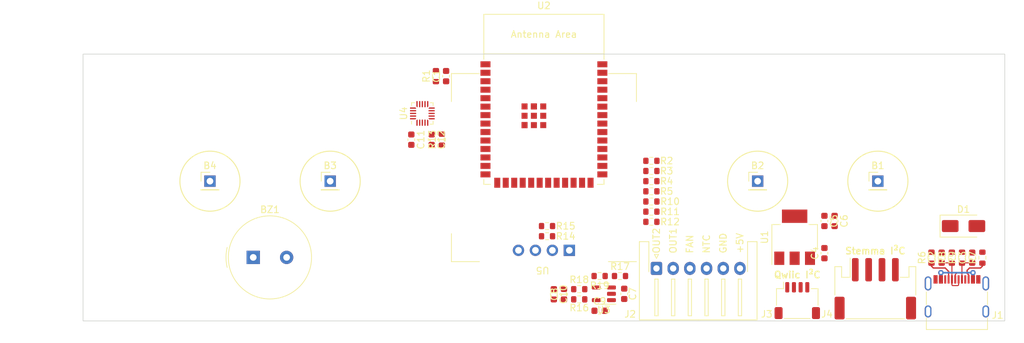
<source format=kicad_pcb>
(kicad_pcb (version 20221018) (generator pcbnew)
  (layers (0 "F.Cu" signal) (31 "B.Cu" signal) (34 "B.Paste" user) (35 "F.Paste" user) (36 "B.SilkS" user "B.Silkscreen") (37 "F.SilkS" user "F.Silkscreen") (38 "B.Mask" user) (39 "F.Mask" user) (44 "Edge.Cuts" user))
  (net 0 "")
  (net 1 "Touch0")
  (net 2 "Touch1")
  (net 3 "Touch2")
  (net 4 "Touch3")
  (net 5 "~{RESET}")
  (net 6 "GND")
  (net 7 "Net-(C2-Pad1)")
  (net 8 "Net-(C3-Pad1)")
  (net 9 "+5V")
  (net 10 "+3V3")
  (net 11 "/NTC")
  (net 12 "ADC_NTC")
  (net 13 "ADC_Supply")
  (net 14 "Net-(U4-VREG)")
  (net 15 "Net-(D1-A)")
  (net 16 "Net-(J1-CC1)")
  (net 18 "Net-(J1-CC2)")
  (net 21 "/OUT2")
  (net 22 "/OUT1")
  (net 23 "/FAN")
  (net 24 "SDA")
  (net 25 "SCL")
  (net 26 "GPIO0")
  (net 27 "GPIO45")
  (net 28 "C6_GPIO9")
  (net 29 "USB.D-")
  (net 30 "USB.D+")
  (net 31 "/FAN_CPU")
  (net 32 "/OUT1_CPU")
  (net 33 "/OUT2_CPU")
  (net 34 "Net-(U4-REXT)")
  (net 35 "Net-(U3--)")
  (net 39 "/~{Touch_INT}")
  (net 53 "U0_RXD")
  (net 54 "U0_TXD")
  (net 63 "Buzzer")
  (footprint "MountingHole:MountingHole_3.5mm" (layer "F.Cu") (at 70.5 95.2)
    (fp_text reference "REF**" hide)
    (fp_text value "MountingHole_3.5mm")
    (pad "" np_thru_hole circle (at 0 0) (size 3.5 3.5) (drill 3.5) (layers "*.Cu" "*.Mask"))
  )
  (footprint "Resistor_SMD:R_0603_1608Metric" (layer "F.Cu") (at 137.7895 111.445)
    (fp_text reference "R18" (at 0 -1.43) (layer "F.SilkS"))
    (fp_text value "22k" hide)
    (pad "1" smd roundrect (at -0.825 0) (size 0.8 0.95) (layers "F.Cu" "F.Paste" "F.Mask") (net 12 "ADC_NTC"))
    (pad "2" smd roundrect (at 0.825 0) (size 0.8 0.95) (layers "F.Cu" "F.Paste" "F.Mask") (net 6 "GND"))
  )
  (footprint "Connector_PinHeader_2.54mm:PinHeader_1x01_P2.54mm_Vertical" (layer "F.Cu") (at 82.5 95.25)
    (fp_text reference "B4" (at 0 -2.33) (layer "F.SilkS"))
    (fp_text value "Conn_01x01")
    (pad "1" thru_hole rect (at 0 0) (size 1.7 1.7) (drill 1) (layers "*.Cu" "*.Mask") (net 4 "Touch3"))
  )
  (footprint "SmartMiniMedsFridge:SSD1306_I2C_0.96in" (layer "F.Cu") (at 136.31 105.618 180)
    (fp_text reference "U5" (at 4 -3 180 unlocked) (layer "F.SilkS"))
    (fp_text value "SSD1306")
    (pad "" np_thru_hole circle (at -7.84 0.5 180) (size 3 3) (drill 3) (layers "F&B.Cu" "*.Mask"))
    (pad "" np_thru_hole circle (at -7.84 24.3 180) (size 3 3) (drill 3) (layers "F&B.Cu" "*.Mask"))
    (pad "" np_thru_hole circle (at 15.46 0.5 180) (size 3 3) (drill 3) (layers "F&B.Cu" "*.Mask"))
    (pad "" np_thru_hole circle (at 15.46 24.3 180) (size 3 3) (drill 3) (layers "F&B.Cu" "*.Mask"))
    (pad "1" thru_hole rect (at 0 0 180) (size 1.7 1.7) (drill 1) (layers "*.Cu" "*.Mask") (net 6 "GND"))
    (pad "2" thru_hole circle (at 2.54 0 180) (size 1.7 1.7) (drill 1) (layers "*.Cu" "*.Mask") (net 10 "+3V3"))
    (pad "3" thru_hole circle (at 5.08 0 180) (size 1.7 1.7) (drill 1) (layers "*.Cu" "*.Mask") (net 25 "SCL"))
    (pad "4" thru_hole circle (at 7.62 0 180) (size 1.7 1.7) (drill 1) (layers "*.Cu" "*.Mask") (net 24 "SDA"))
  )
  (footprint "Capacitor_SMD:C_0603_1608Metric" (layer "F.Cu") (at 115.697 89.027 -90)
    (fp_text reference "C12" (at 0 -1.43 90) (layer "F.SilkS"))
    (fp_text value "100nF")
    (pad "1" smd roundrect (at -0.775 0 270) (size 0.9 0.95) (layers "F.Cu" "F.Paste" "F.Mask") (net 14 "Net-(U4-VREG)"))
    (pad "2" smd roundrect (at 0.775 0 270) (size 0.9 0.95) (layers "F.Cu" "F.Paste" "F.Mask") (net 6 "GND"))
  )
  (footprint "Package_TO_SOT_SMD:SOT-223-3_TabPin2" (layer "F.Cu") (at 170.039 103.657 90)
    (fp_text reference "U1" (at 0 -4.5 90) (layer "F.SilkS"))
    (fp_text value "AMS1117-3.3" hide)
    (pad "1" smd rect (at -3.15 -2.3 90) (size 2 1.5) (layers "F.Cu" "F.Paste" "F.Mask") (net 6 "GND"))
    (pad "2" smd rect (at -3.15 0 90) (size 2 1.5) (layers "F.Cu" "F.Paste" "F.Mask") (net 10 "+3V3"))
    (pad "2" smd rect (at 3.15 0 90) (size 2 3.8) (layers "F.Cu" "F.Paste" "F.Mask") (net 10 "+3V3"))
    (pad "3" smd rect (at -3.15 2.3 90) (size 2 1.5) (layers "F.Cu" "F.Paste" "F.Mask") (net 9 "+5V"))
  )
  (footprint "Connector_PinHeader_2.54mm:PinHeader_1x01_P2.54mm_Vertical" (layer "F.Cu") (at 100.5 95.25)
    (fp_text reference "B3" (at 0 -2.33) (layer "F.SilkS"))
    (fp_text value "Conn_01x01")
    (pad "1" thru_hole rect (at 0 0) (size 1.7 1.7) (drill 1) (layers "*.Cu" "*.Mask") (net 3 "Touch2"))
  )
  (footprint "Connector_PinHeader_2.54mm:PinHeader_1x01_P2.54mm_Vertical" (layer "F.Cu") (at 182.5 95.25)
    (fp_text reference "B1" (at 0 -2.33) (layer "F.SilkS"))
    (fp_text value "Conn_01x01")
    (pad "1" thru_hole rect (at 0 0) (size 1.7 1.7) (drill 1) (layers "*.Cu" "*.Mask") (net 1 "Touch0"))
  )
  (footprint "Capacitor_SMD:C_0603_1608Metric" (layer "F.Cu") (at 174.498 106.045 90)
    (fp_text reference "C4" (at 0 -1.43 90) (layer "F.SilkS"))
    (fp_text value "10uF" hide)
    (pad "1" smd roundrect (at -0.775 0 90) (size 0.9 0.95) (layers "F.Cu" "F.Paste" "F.Mask") (net 9 "+5V"))
    (pad "2" smd roundrect (at 0.775 0 90) (size 0.9 0.95) (layers "F.Cu" "F.Paste" "F.Mask") (net 6 "GND"))
  )
  (footprint "Capacitor_SMD:C_0603_1608Metric" (layer "F.Cu") (at 133.985 112.207 -90)
    (fp_text reference "C10" (at 0 -1.43 90) (layer "F.SilkS"))
    (fp_text value "100nF")
    (pad "1" smd roundrect (at -0.775 0 270) (size 0.9 0.95) (layers "F.Cu" "F.Paste" "F.Mask") (net 13 "ADC_Supply"))
    (pad "2" smd roundrect (at 0.775 0 270) (size 0.9 0.95) (layers "F.Cu" "F.Paste" "F.Mask") (net 6 "GND"))
  )
  (footprint "Connector_JST:JST_PH_S4B-PH-SM4-TB_1x04-1MP_P2.00mm_Horizontal" (layer "F.Cu") (at 182.118 111.379)
    (fp_text reference "J4" (at -7.239 3.81) (layer "F.SilkS"))
    (fp_text value "Stemma I2C")
    (pad "1" smd roundrect (at -3 -2.85) (size 1 3.5) (layers "F.Cu" "F.Paste" "F.Mask") (net 25 "SCL"))
    (pad "2" smd roundrect (at -1 -2.85) (size 1 3.5) (layers "F.Cu" "F.Paste" "F.Mask") (net 24 "SDA"))
    (pad "3" smd roundrect (at 1 -2.85) (size 1 3.5) (layers "F.Cu" "F.Paste" "F.Mask") (net 10 "+3V3"))
    (pad "4" smd roundrect (at 3 -2.85) (size 1 3.5) (layers "F.Cu" "F.Paste" "F.Mask") (net 6 "GND"))
    (pad "MP" smd roundrect (at -5.35 2.9) (size 1.5 3.4) (layers "F.Cu" "F.Paste" "F.Mask") (roundrect_rratio 0.166667))
    (pad "MP" smd roundrect (at 5.35 2.9) (size 1.5 3.4) (layers "F.Cu" "F.Paste" "F.Mask") (roundrect_rratio 0.166667))
  )
  (footprint "Capacitor_SMD:C_0603_1608Metric" (layer "F.Cu") (at 140.843 114.681)
    (fp_text reference "C9" (at 0 -1.43) (layer "F.SilkS"))
    (fp_text value "100nF" hide)
    (pad "1" smd roundrect (at -0.775 0) (size 0.9 0.95) (layers "F.Cu" "F.Paste" "F.Mask") (net 9 "+5V"))
    (pad "2" smd roundrect (at 0.775 0) (size 0.9 0.95) (layers "F.Cu" "F.Paste" "F.Mask") (net 6 "GND"))
  )
  (footprint "Package_DFN_QFN:UQFN-20_3x3mm_P0.4mm" (layer "F.Cu") (at 114.3 85.09 90)
    (fp_text reference "U4" (at 0 -2.8 90) (layer "F.SilkS"))
    (fp_text value "MPR121QR2")
    (pad "1" smd custom (at -1.3875 -0.8 90) (size 0.115147 0.115147) (layers "F.Cu" "F.Paste" "F.Mask") (net 39 "/~{Touch_INT}") (options (clearance outline) (anchor circle)) (primitives (gr_poly (pts (xy 0.4225 0.036569) (xy 0.4225 0.06) (xy -0.4225 0.06) (xy -0.4225 -0.06) (xy 0.325931 -0.06)) (width 0.08) (fill yes))))
    (pad "2" smd roundrect (at -1.3875 -0.4 90) (size 0.925 0.2) (layers "F.Cu" "F.Paste" "F.Mask") (net 25 "SCL"))
    (pad "3" smd roundrect (at -1.3875 0 90) (size 0.925 0.2) (layers "F.Cu" "F.Paste" "F.Mask") (net 24 "SDA"))
    (pad "4" smd roundrect (at -1.3875 0.4 90) (size 0.925 0.2) (layers "F.Cu" "F.Paste" "F.Mask") (net 6 "GND"))
    (pad "5" smd custom (at -1.3875 0.8 90) (size 0.115147 0.115147) (layers "F.Cu" "F.Paste" "F.Mask") (net 14 "Net-(U4-VREG)") (options (clearance outline) (anchor circle)) (primitives (gr_poly (pts (xy 0.4225 -0.036569) (xy 0.325931 0.06) (xy -0.4225 0.06) (xy -0.4225 -0.06) (xy 0.4225 -0.06)) (width 0.08) (fill yes))))
    (pad "6" smd custom (at -0.8 1.3875 90) (size 0.115147 0.115147) (layers "F.Cu" "F.Paste" "F.Mask") (net 6 "GND") (options (clearance outline) (anchor circle)) (primitives (gr_poly (pts (xy 0.06 0.4225) (xy -0.06 0.4225) (xy -0.06 -0.325931) (xy 0.036569 -0.4225) (xy 0.06 -0.4225)) (width 0.08) (fill yes))))
    (pad "7" smd roundrect (at -0.4 1.3875 90) (size 0.2 0.925) (layers "F.Cu" "F.Paste" "F.Mask") (net 34 "Net-(U4-REXT)"))
    (pad "8" smd roundrect (at 0 1.3875 90) (size 0.2 0.925) (layers "F.Cu" "F.Paste" "F.Mask") (net 1 "Touch0"))
    (pad "9" smd roundrect (at 0.4 1.3875 90) (size 0.2 0.925) (layers "F.Cu" "F.Paste" "F.Mask") (net 2 "Touch1"))
    (pad "10" smd custom (at 0.8 1.3875 90) (size 0.115147 0.115147) (layers "F.Cu" "F.Paste" "F.Mask") (net 3 "Touch2") (options (clearance outline) (anchor circle)) (primitives (gr_poly (pts (xy 0.06 -0.325931) (xy 0.06 0.4225) (xy -0.06 0.4225) (xy -0.06 -0.4225) (xy -0.036569 -0.4225)) (width 0.08) (fill yes))))
    (pad "11" smd custom (at 1.3875 0.8 90) (size 0.115147 0.115147) (layers "F.Cu" "F.Paste" "F.Mask") (net 4 "Touch3") (options (clearance outline) (anchor circle)) (primitives (gr_poly (pts (xy 0.4225 0.06) (xy -0.325931 0.06) (xy -0.4225 -0.036569) (xy -0.4225 -0.06) (xy 0.4225 -0.06)) (width 0.08) (fill yes))))
    (pad "12" smd roundrect (at 1.3875 0.4 90) (size 0.925 0.2) (layers "F.Cu" "F.Paste" "F.Mask"))
    (pad "13" smd roundrect (at 1.3875 0 90) (size 0.925 0.2) (layers "F.Cu" "F.Paste" "F.Mask"))
    (pad "14" smd roundrect (at 1.3875 -0.4 90) (size 0.925 0.2) (layers "F.Cu" "F.Paste" "F.Mask"))
    (pad "15" smd custom (at 1.3875 -0.8 90) (size 0.115147 0.115147) (layers "F.Cu" "F.Paste" "F.Mask") (options (clearance outline) (anchor circle)) (primitives (gr_poly (pts (xy 0.4225 0.06) (xy -0.4225 0.06) (xy -0.4225 0.036569) (xy -0.325931 -0.06) (xy 0.4225 -0.06)) (width 0.08) (fill yes))))
    (pad "16" smd custom (at 0.8 -1.3875 90) (size 0.115147 0.115147) (layers "F.Cu" "F.Paste" "F.Mask") (options (clearance outline) (anchor circle)) (primitives (gr_poly (pts (xy 0.06 0.325931) (xy -0.036569 0.4225) (xy -0.06 0.4225) (xy -0.06 -0.4225) (xy 0.06 -0.4225)) (width 0.08) (fill yes))))
    (pad "17" smd roundrect (at 0.4 -1.3875 90) (size 0.2 0.925) (layers "F.Cu" "F.Paste" "F.Mask"))
    (pad "18" smd roundrect (at 0 -1.3875 90) (size 0.2 0.925) (layers "F.Cu" "F.Paste" "F.Mask"))
    (pad "19" smd roundrect (at -0.4 -1.3875 90) (size 0.2 0.925) (layers "F.Cu" "F.Paste" "F.Mask"))
    (pad "20" smd custom (at -0.8 -1.3875 90) (size 0.115147 0.115147) (layers "F.Cu" "F.Paste" "F.Mask") (net 10 "+3V3") (options (clearance outline) (anchor circle)) (primitives (gr_poly (pts (xy 0.06 0.4225) (xy 0.036569 0.4225) (xy -0.06 0.325931) (xy -0.06 -0.4225) (xy 0.06 -0.4225)) (width 0.08) (fill yes))))
  )
  (footprint "Resistor_SMD:R_0603_1608Metric" (layer "F.Cu") (at 198.148 106.722 90)
    (fp_text reference "R7" (at 0 -1.43 90) (layer "F.SilkS"))
    (fp_text value "5k1")
    (pad "1" smd roundrect (at -0.825 0 90) (size 0.8 0.95) (layers "F.Cu" "F.Paste" "F.Mask") (net 18 "Net-(J1-CC2)"))
    (pad "2" smd roundrect (at 0.825 0 90) (size 0.8 0.95) (layers "F.Cu" "F.Paste" "F.Mask") (net 6 "GND"))
  )
  (footprint "Resistor_SMD:R_0603_1608Metric" (layer "F.Cu") (at 195.1 106.722 90)
    (fp_text reference "R9" (at 0 -1.43 90) (layer "F.SilkS"))
    (fp_text value "0R")
    (pad "1" smd roundrect (at -0.825 0 90) (size 0.8 0.95) (layers "F.Cu" "F.Paste" "F.Mask") (net 8 "Net-(C3-Pad1)"))
    (pad "2" smd roundrect (at 0.825 0 90) (size 0.8 0.95) (layers "F.Cu" "F.Paste" "F.Mask") (net 30 "USB.D+"))
  )
  (footprint "Buzzer_Beeper:Buzzer_TDK_PS1240P02BT_D12.2mm_H6.5mm" (layer "F.Cu") (at 88.98 106.68)
    (fp_text reference "BZ1" (at 2.5 -7.17) (layer "F.SilkS"))
    (fp_text value "Buzzer")
    (pad "1" thru_hole rect (at 0 0) (size 2 2) (drill 1) (layers "*.Cu" "*.Mask") (net 63 "Buzzer"))
    (pad "2" thru_hole circle (at 5 0) (size 2 2) (drill 1) (layers "*.Cu" "*.Mask") (net 6 "GND"))
  )
  (footprint "Resistor_SMD:R_0603_1608Metric" (layer "F.Cu") (at 117.221 89.027 90)
    (fp_text reference "R13" (at 0 -1.43 90) (layer "F.SilkS"))
    (fp_text value "75k")
    (pad "1" smd roundrect (at -0.825 0 90) (size 0.8 0.95) (layers "F.Cu" "F.Paste" "F.Mask") (net 6 "GND"))
    (pad "2" smd roundrect (at 0.825 0 90) (size 0.8 0.95) (layers "F.Cu" "F.Paste" "F.Mask") (net 34 "Net-(U4-REXT)"))
  )
  (footprint "Resistor_SMD:R_0603_1608Metric" (layer "F.Cu") (at 140.843 109.474 180)
    (fp_text reference "R19" (at 0 -1.43) (layer "F.SilkS"))
    (fp_text value "22k")
    (pad "1" smd roundrect (at -0.825 0 180) (size 0.8 0.95) (layers "F.Cu" "F.Paste" "F.Mask") (net 13 "ADC_Supply"))
    (pad "2" smd roundrect (at 0.825 0 180) (size 0.8 0.95) (layers "F.Cu" "F.Paste" "F.Mask") (net 6 "GND"))
  )
  (footprint "Connector_JST:JST_XH_S6B-XH-A-1_1x06_P2.50mm_Horizontal" (layer "F.Cu") (at 149.352 108.331)
    (fp_text reference "J2" (at -3.937 6.858) (layer "F.SilkS"))
    (fp_text value "XHB-6AW")
    (pad "1" thru_hole roundrect (at 0 0) (size 1.7 1.95) (drill 0.95) (layers "*.Cu" "*.Mask") (roundrect_rratio 0.147059) (net 21 "/OUT2"))
    (pad "2" thru_hole oval (at 2.5 0) (size 1.7 1.95) (drill 0.95) (layers "*.Cu" "*.Mask") (net 22 "/OUT1"))
    (pad "3" thru_hole oval (at 5 0) (size 1.7 1.95) (drill 0.95) (layers "*.Cu" "*.Mask") (net 23 "/FAN"))
    (pad "4" thru_hole oval (at 7.5 0) (size 1.7 1.95) (drill 0.95) (layers "*.Cu" "*.Mask") (net 11 "/NTC"))
    (pad "5" thru_hole oval (at 10 0) (size 1.7 1.95) (drill 0.95) (layers "*.Cu" "*.Mask") (net 6 "GND"))
    (pad "6" thru_hole oval (at 12.5 0) (size 1.7 1.95) (drill 0.95) (layers "*.Cu" "*.Mask") (net 9 "+5V"))
  )
  (footprint "Resistor_SMD:R_0603_1608Metric" (layer "F.Cu") (at 148.59 95.25)
    (fp_text reference "R4" (at 2.286 0) (layer "F.SilkS"))
    (fp_text value "10k" hide)
    (pad "1" smd roundrect (at -0.825 0) (size 0.8 0.95) (layers "F.Cu" "F.Paste" "F.Mask") (net 63 "Buzzer"))
    (pad "2" smd roundrect (at 0.825 0) (size 0.8 0.95) (layers "F.Cu" "F.Paste" "F.Mask") (net 6 "GND"))
  )
  (footprint "Resistor_SMD:R_0603_1608Metric" (layer "F.Cu") (at 137.7895 112.969)
    (fp_text reference "R16" (at 0 1.27) (layer "F.SilkS"))
    (fp_text value "12k" hide)
    (pad "1" smd roundrect (at -0.825 0) (size 0.8 0.95) (layers "F.Cu" "F.Paste" "F.Mask") (net 12 "ADC_NTC"))
    (pad "2" smd roundrect (at 0.825 0) (size 0.8 0.95) (layers "F.Cu" "F.Paste" "F.Mask") (net 35 "Net-(U3--)"))
  )
  (footprint "Connector_JST:JST_SH_SM04B-SRSS-TB_1x04-1MP_P1.00mm_Horizontal" (layer "F.Cu") (at 170.434 113.157)
    (fp_text reference "J3" (at -4.572 2.032) (layer "F.SilkS"))
    (fp_text value "Qwiic I2C")
    (pad "1" smd roundrect (at -1.5 -2) (size 0.6 1.55) (layers "F.Cu" "F.Paste" "F.Mask") (net 6 "GND"))
    (pad "2" smd roundrect (at -0.5 -2) (size 0.6 1.55) (layers "F.Cu" "F.Paste" "F.Mask") (net 10 "+3V3"))
    (pad "3" smd roundrect (at 0.5 -2) (size 0.6 1.55) (layers "F.Cu" "F.Paste" "F.Mask") (net 24 "SDA"))
    (pad "4" smd roundrect (at 1.5 -2) (size 0.6 1.55) (layers "F.Cu" "F.Paste" "F.Mask") (net 25 "SCL"))
    (pad "MP" smd roundrect (at -2.8 1.875) (size 1.2 1.8) (layers "F.Cu" "F.Paste" "F.Mask") (roundrect_rratio 0.208333))
    (pad "MP" smd roundrect (at 2.8 1.875) (size 1.2 1.8) (layers "F.Cu" "F.Paste" "F.Mask") (roundrect_rratio 0.208333))
  )
  (footprint "Connector_PinHeader_2.54mm:PinHeader_1x01_P2.54mm_Vertical" (layer "F.Cu") (at 164.5 95.25)
    (fp_text reference "B2" (at 0 -2.33) (layer "F.SilkS"))
    (fp_text value "Conn_01x01")
    (pad "1" thru_hole rect (at 0 0) (size 1.7 1.7) (drill 1) (layers "*.Cu" "*.Mask") (net 2 "Touch1"))
  )
  (footprint "Resistor_SMD:R_0603_1608Metric" (layer "F.Cu") (at 132.969 103.505)
    (fp_text reference "R14" (at 2.794 0) (layer "F.SilkS"))
    (fp_text value "10k")
    (pad "1" smd roundrect (at -0.825 0) (size 0.8 0.95) (layers "F.Cu" "F.Paste" "F.Mask") (net 25 "SCL"))
    (pad "2" smd roundrect (at 0.825 0) (size 0.8 0.95) (layers "F.Cu" "F.Paste" "F.Mask") (net 10 "+3V3"))
  )
  (footprint "Capacitor_SMD:C_0603_1608Metric" (layer "F.Cu") (at 196.624 106.722 90)
    (fp_text reference "C3" (at 0 -1.43 90) (layer "F.SilkS"))
    (fp_text value "DNP")
    (pad "1" smd roundrect (at -0.775 0 90) (size 0.9 0.95) (layers "F.Cu" "F.Paste" "F.Mask") (net 8 "Net-(C3-Pad1)"))
    (pad "2" smd roundrect (at 0.775 0 90) (size 0.9 0.95) (layers "F.Cu" "F.Paste" "F.Mask") (net 6 "GND"))
  )
  (footprint "Resistor_SMD:R_0603_1608Metric" (layer "F.Cu") (at 148.59 96.774)
    (fp_text reference "R5" (at 2.286 0) (layer "F.SilkS"))
    (fp_text value "10k" hide)
    (pad "1" smd roundrect (at -0.825 0) (size 0.8 0.95) (layers "F.Cu" "F.Paste" "F.Mask") (net 28 "C6_GPIO9"))
    (pad "2" smd roundrect (at 0.825 0) (size 0.8 0.95) (layers "F.Cu" "F.Paste" "F.Mask") (net 10 "+3V3"))
  )
  (footprint "Resistor_SMD:R_0603_1608Metric" (layer "F.Cu") (at 132.969 101.981)
    (fp_text reference "R15" (at 2.794 0) (layer "F.SilkS"))
    (fp_text value "10k")
    (pad "1" smd roundrect (at -0.825 0) (size 0.8 0.95) (layers "F.Cu" "F.Paste" "F.Mask") (net 24 "SDA"))
    (pad "2" smd roundrect (at 0.825 0) (size 0.8 0.95) (layers "F.Cu" "F.Paste" "F.Mask") (net 10 "+3V3"))
  )
  (footprint "PCM_Espressif:ESP32-S3-WROOM-1" (layer "F.Cu") (at 132.5 85.984)
    (fp_text reference "U2" (at 0 -17.05) (layer "F.SilkS"))
    (fp_text value "ESP32-S3-WROOM-1")
    (fp_text user "Antenna Area" (at 0 -12.75) (layer "F.SilkS"))
    (pad "1" smd rect (at -8.75 -8.26) (size 1.5 0.9) (layers "F.Cu" "F.Paste" "F.Mask") (net 6 "GND"))
    (pad "2" smd rect (at -8.75 -6.99) (size 1.5 0.9) (layers "F.Cu" "F.Paste" "F.Mask") (net 10 "+3V3"))
    (pad "3" smd rect (at -8.75 -5.72) (size 1.5 0.9) (layers "F.Cu" "F.Paste" "F.Mask") (net 5 "~{RESET}"))
    (pad "4" smd rect (at -8.75 -4.45) (size 1.5 0.9) (layers "F.Cu" "F.Paste" "F.Mask") (net 13 "ADC_Supply"))
    (pad "5" smd rect (at -8.75 -3.18) (size 1.5 0.9) (layers "F.Cu" "F.Paste" "F.Mask") (net 12 "ADC_NTC"))
    (pad "6" smd rect (at -8.75 -1.91) (size 1.5 0.9) (layers "F.Cu" "F.Paste" "F.Mask") (net 3 "Touch2"))
    (pad "7" smd rect (at -8.75 -0.64) (size 1.5 0.9) (layers "F.Cu" "F.Paste" "F.Mask") (net 4 "Touch3"))
    (pad "8" smd rect (at -8.75 0.63) (size 1.5 0.9) (layers "F.Cu" "F.Paste" "F.Mask"))
    (pad "9" smd rect (at -8.75 1.9) (size 1.5 0.9) (layers "F.Cu" "F.Paste" "F.Mask"))
    (pad "10" smd rect (at -8.75 3.17) (size 1.5 0.9) (layers "F.Cu" "F.Paste" "F.Mask"))
    (pad "11" smd rect (at -8.75 4.44) (size 1.5 0.9) (layers "F.Cu" "F.Paste" "F.Mask") (net 39 "/~{Touch_INT}"))
    (pad "12" smd rect (at -8.75 5.71) (size 1.5 0.9) (layers "F.Cu" "F.Paste" "F.Mask"))
    (pad "13" smd rect (at -8.75 6.98) (size 1.5 0.9) (layers "F.Cu" "F.Paste" "F.Mask") (net 29 "USB.D-"))
    (pad "14" smd rect (at -8.75 8.25) (size 1.5 0.9) (layers "F.Cu" "F.Paste" "F.Mask") (net 30 "USB.D+"))
    (pad "15" smd rect (at -6.985 9.5 90) (size 1.5 0.9) (layers "F.Cu" "F.Paste" "F.Mask") (net 28 "C6_GPIO9"))
    (pad "16" smd rect (at -5.715 9.5 90) (size 1.5 0.9) (layers "F.Cu" "F.Paste" "F.Mask") (net 63 "Buzzer"))
    (pad "17" smd rect (at -4.445 9.5 90) (size 1.5 0.9) (layers "F.Cu" "F.Paste" "F.Mask") (net 24 "SDA"))
    (pad "18" smd rect (at -3.175 9.5 90) (size 1.5 0.9) (layers "F.Cu" "F.Paste" "F.Mask") (net 25 "SCL"))
    (pad "19" smd rect (at -1.905 9.5 90) (size 1.5 0.9) (layers "F.Cu" "F.Paste" "F.Mask") (net 31 "/FAN_CPU"))
    (pad "20" smd rect (at -0.635 9.5 90) (size 1.5 0.9) (layers "F.Cu" "F.Paste" "F.Mask") (net 32 "/OUT1_CPU"))
    (pad "21" smd rect (at 0.635 9.5 90) (size 1.5 0.9) (layers "F.Cu" "F.Paste" "F.Mask") (net 33 "/OUT2_CPU"))
    (pad "22" smd rect (at 1.905 9.5 90) (size 1.5 0.9) (layers "F.Cu" "F.Paste" "F.Mask"))
    (pad "23" smd rect (at 3.175 9.5 90) (size 1.5 0.9) (layers "F.Cu" "F.Paste" "F.Mask"))
    (pad "24" smd rect (at 4.445 9.5 90) (size 1.5 0.9) (layers "F.Cu" "F.Paste" "F.Mask"))
    (pad "25" smd rect (at 5.715 9.5 90) (size 1.5 0.9) (layers "F.Cu" "F.Paste" "F.Mask"))
    (pad "26" smd rect (at 6.985 9.5 90) (size 1.5 0.9) (layers "F.Cu" "F.Paste" "F.Mask") (net 27 "GPIO45"))
    (pad "27" smd rect (at 8.75 8.25 180) (size 1.5 0.9) (layers "F.Cu" "F.Paste" "F.Mask") (net 26 "GPIO0"))
    (pad "28" smd rect (at 8.75 6.98 180) (size 1.5 0.9) (layers "F.Cu" "F.Paste" "F.Mask"))
    (pad "29" smd rect (at 8.75 5.71 180) (size 1.5 0.9) (layers "F.Cu" "F.Paste" "F.Mask"))
    (pad "30" smd rect (at 8.75 4.44 180) (size 1.5 0.9) (layers "F.Cu" "F.Paste" "F.Mask"))
    (pad "31" smd rect (at 8.75 3.17 180) (size 1.5 0.9) (layers "F.Cu" "F.Paste" "F.Mask"))
    (pad "32" smd rect (at 8.75 1.9 180) (size 1.5 0.9) (layers "F.Cu" "F.Paste" "F.Mask"))
    (pad "33" smd rect (at 8.75 0.63 180) (size 1.5 0.9) (layers "F.Cu" "F.Paste" "F.Mask"))
    (pad "34" smd rect (at 8.75 -0.64 180) (size 1.5 0.9) (layers "F.Cu" "F.Paste" "F.Mask"))
    (pad "35" smd rect (at 8.75 -1.91 180) (size 1.5 0.9) (layers "F.Cu" "F.Paste" "F.Mask"))
    (pad "36" smd rect (at 8.75 -3.18 180) (size 1.5 0.9) (layers "F.Cu" "F.Paste" "F.Mask") (net 53 "U0_RXD"))
    (pad "37" smd rect (at 8.75 -4.45 180) (size 1.5 0.9) (layers "F.Cu" "F.Paste" "F.Mask") (net 54 "U0_TXD"))
    (pad "38" smd rect (at 8.75 -5.72 180) (size 1.5 0.9) (layers "F.Cu" "F.Paste" "F.Mask") (net 2 "Touch1"))
    (pad "39" smd rect (at 8.75 -6.99 180) (size 1.5 0.9) (layers "F.Cu" "F.Paste" "F.Mask") (net 1 "Touch0"))
    (pad "40" smd rect (at 8.75 -8.26 180) (size 1.5 0.9) (layers "F.Cu" "F.Paste" "F.Mask") (net 6 "GND"))
    (pad "41" smd rect (at -2.9 -1.94 180) (size 0.9 0.9) (layers "F.Cu" "F.Paste" "F.Mask") (net 6 "GND"))
    (pad "41" smd rect (at -2.9 -0.54 180) (size 0.9 0.9) (layers "F.Cu" "F.Paste" "F.Mask") (net 6 "GND"))
    (pad "41" smd rect (at -2.9 0.86 180) (size 0.9 0.9) (layers "F.Cu" "F.Paste" "F.Mask") (net 6 "GND"))
    (pad "41" smd rect (at -2.9 0.86 180) (size 0.9 0.9) (layers "F.Cu" "F.Paste" "F.Mask") (net 6 "GND"))
    (pad "41" smd rect (at -1.5 -1.94 180) (size 0.9 0.9) (layers "F.Cu" "F.Paste" "F.Mask") (net 6 "GND"))
    (pad "41" smd rect (at -1.5 -1.94 180) (size 0.9 0.9) (layers "F.Cu" "F.Paste" "F.Mask") (net 6 "GND"))
    (pad "41" smd rect (at -1.5 -0.54 180) (size 0.9 0.9) (layers "F.Cu" "F.Paste" "F.Mask") (net 6 "GND"))
    (pad "41" smd rect (at -1.5 0.86 180) (size 0.9 0.9) (layers "F.Cu" "F.Paste" "F.Mask") (net 6 "GND"))
    (pad "41" smd rect (at -0.1 -1.94 180) (size 0.9 0.9) (layers "F.Cu" "F.Paste" "F.Mask") (net 6 "GND"))
    (pad "41" smd rect (at -0.1 -0.54 180) (size 0.9 0.9) (layers "F.Cu" "F.Paste" "F.Mask") (net 6 "GND"))
    (pad "41" smd rect (at -0.1 0.86 180) (size 0.9 0.9) (layers "F.Cu" "F.Paste" "F.Mask") (net 6 "GND"))
  )
  (footprint "Capacitor_SMD:C_0603_1608Metric" (layer "F.Cu") (at 112.649 89.027 -90)
    (fp_text reference "C11" (at 0 -1.43 90) (layer "F.SilkS"))
    (fp_text value "100nF")
    (pad "1" smd roundrect (at -0.775 0 270) (size 0.9 0.95) (layers "F.Cu" "F.Paste" "F.Mask") (net 10 "+3V3"))
    (pad "2" smd roundrect (at 0.775 0 270) (size 0.9 0.95) (layers "F.Cu" "F.Paste" "F.Mask") (net 6 "GND"))
  )
  (footprint "MountingHole:MountingHole_3.5mm" (layer "F.Cu") (at 194.5 95.2)
    (fp_text reference "REF**" hide)
    (fp_text value "MountingHole_3.5mm")
    (pad "" np_thru_hole circle (at 0 0) (size 3.5 3.5) (drill 3.5) (layers "*.Cu" "*.Mask"))
  )
  (footprint "Capacitor_SMD:C_0603_1608Metric" (layer "F.Cu") (at 117.856 79.502 90)
    (fp_text reference "C1" (at 0 -1.43 90) (layer "F.SilkS"))
    (fp_text value "1uF")
    (pad "1" smd roundrect (at -0.775 0 90) (size 0.9 0.95) (layers "F.Cu" "F.Paste" "F.Mask") (net 5 "~{RESET}"))
    (pad "2" smd roundrect (at 0.775 0 90) (size 0.9 0.95) (layers "F.Cu" "F.Paste" "F.Mask") (net 6 "GND"))
  )
  (footprint "Capacitor_SMD:C_0603_1608Metric" (layer "F.Cu") (at 135.5035 112.207 90)
    (fp_text reference "C8" (at 0 -1.43 90) (layer "F.SilkS"))
    (fp_text value "100nF" hide)
    (pad "1" smd roundrect (at -0.775 0 90) (size 0.9 0.95) (layers "F.Cu" "F.Paste" "F.Mask") (net 12 "ADC_NTC"))
    (pad "2" smd roundrect (at 0.775 0 90) (size 0.9 0.95) (layers "F.Cu" "F.Paste" "F.Mask") (net 6 "GND"))
  )
  (footprint "Capacitor_SMD:C_0603_1608Metric" (layer "F.Cu") (at 144.526 112.141 90)
    (fp_text reference "C7" (at 0 1.27 90) (layer "F.SilkS"))
    (fp_text value "100nF" hide)
    (pad "1" smd roundrect (at -0.775 0 90) (size 0.9 0.95) (layers "F.Cu" "F.Paste" "F.Mask") (net 11 "/NTC"))
    (pad "2" smd roundrect (at 0.775 0 90) (size 0.9 0.95) (layers "F.Cu" "F.Paste" "F.Mask") (net 6 "GND"))
  )
  (footprint "Resistor_SMD:R_0603_1608Metric" (layer "F.Cu") (at 148.59 98.298)
    (fp_text reference "R10" (at 2.794 0) (layer "F.SilkS"))
    (fp_text value "100R" hide)
    (pad "1" smd roundrect (at -0.825 0) (size 0.8 0.95) (layers "F.Cu" "F.Paste" "F.Mask") (net 31 "/FAN_CPU"))
    (pad "2" smd roundrect (at 0.825 0) (size 0.8 0.95) (layers "F.Cu" "F.Paste" "F.Mask") (net 23 "/FAN"))
  )
  (footprint "Capacitor_SMD:C_0603_1608Metric" (layer "F.Cu") (at 174.498 101.219 -90)
    (fp_text reference "C5" (at 0 -1.43 90) (layer "F.SilkS"))
    (fp_text value "10uF")
    (pad "1" smd roundrect (at -0.775 0 270) (size 0.9 0.95) (layers "F.Cu" "F.Paste" "F.Mask") (net 10 "+3V3"))
    (pad "2" smd roundrect (at 0.775 0 270) (size 0.9 0.95) (layers "F.Cu" "F.Paste" "F.Mask") (net 6 "GND"))
  )
  (footprint "Resistor_SMD:R_0603_1608Metric" (layer "F.Cu") (at 148.59 93.726)
    (fp_text reference "R3" (at 2.286 0) (layer "F.SilkS"))
    (fp_text value "10k" hide)
    (pad "1" smd roundrect (at -0.825 0) (size 0.8 0.95) (layers "F.Cu" "F.Paste" "F.Mask") (net 27 "GPIO45"))
    (pad "2" smd roundrect (at 0.825 0) (size 0.8 0.95) (layers "F.Cu" "F.Paste" "F.Mask") (net 6 "GND"))
  )
  (footprint "Resistor_SMD:R_0603_1608Metric" (layer "F.Cu") (at 148.59 99.822)
    (fp_text reference "R11" (at 2.794 0) (layer "F.SilkS"))
    (fp_text value "100R" hide)
    (pad "1" smd roundrect (at -0.825 0) (size 0.8 0.95) (layers "F.Cu" "F.Paste" "F.Mask") (net 32 "/OUT1_CPU"))
    (pad "2" smd roundrect (at 0.825 0) (size 0.8 0.95) (layers "F.Cu" "F.Paste" "F.Mask") (net 22 "/OUT1"))
  )
  (footprint "Capacitor_SMD:C_0603_1608Metric" (layer "F.Cu") (at 176.022 101.219 -90)
    (fp_text reference "C6" (at 0 -1.43 90) (layer "F.SilkS"))
    (fp_text value "100nF" hide)
    (pad "1" smd roundrect (at -0.775 0 270) (size 0.9 0.95) (layers "F.Cu" "F.Paste" "F.Mask") (net 10 "+3V3"))
    (pad "2" smd roundrect (at 0.775 0 270) (size 0.9 0.95) (layers "F.Cu" "F.Paste" "F.Mask") (net 6 "GND"))
  )
  (footprint "Resistor_SMD:R_0603_1608Metric" (layer "F.Cu") (at 148.59 92.202)
    (fp_text reference "R2" (at 2.286 0) (layer "F.SilkS"))
    (fp_text value "10k" hide)
    (pad "1" smd roundrect (at -0.825 0) (size 0.8 0.95) (layers "F.Cu" "F.Paste" "F.Mask") (net 26 "GPIO0"))
    (pad "2" smd roundrect (at 0.825 0) (size 0.8 0.95) (layers "F.Cu" "F.Paste" "F.Mask") (net 10 "+3V3"))
  )
  (footprint "Connector_USB:USB_C_Receptacle_G-Switch_GT-USB-7010ASV" (layer "F.Cu") (at 194.338 113.707)
    (fp_text reference "J1" (at 6.096 1.651) (layer "F.SilkS"))
    (fp_text value "USB_C_Receptacle_USB2.0")
    (pad "" np_thru_hole circle (at -2.89 -2.605) (size 0.65 0.65) (drill 0.65) (layers "*.Cu" "*.Mask"))
    (pad "" np_thru_hole circle (at 2.89 -2.605) (size 0.65 0.65) (drill 0.65) (layers "*.Cu" "*.Mask"))
    (pad "A1" smd rect (at -3.2 -3.725) (size 0.6 1.24) (layers "F.Cu" "F.Paste" "F.Mask") (net 6 "GND"))
    (pad "A4" smd rect (at -2.4 -3.725) (size 0.6 1.24) (layers "F.Cu" "F.Paste" "F.Mask") (net 15 "Net-(D1-A)"))
    (pad "A5" smd rect (at -1.25 -3.725) (size 0.3 1.24) (layers "F.Cu" "F.Paste" "F.Mask") (net 16 "Net-(J1-CC1)"))
    (pad "A6" smd rect (at -0.25 -3.725) (size 0.3 1.24) (layers "F.Cu" "F.Paste" "F.Mask") (net 8 "Net-(C3-Pad1)"))
    (pad "A7" smd rect (at 0.25 -3.725) (size 0.3 1.24) (layers "F.Cu" "F.Paste" "F.Mask") (net 7 "Net-(C2-Pad1)"))
    (pad "A8" smd rect (at 1.25 -3.725) (size 0.3 1.24) (layers "F.Cu" "F.Paste" "F.Mask"))
    (pad "A9" smd rect (at 2.4 -3.725) (size 0.6 1.24) (layers "F.Cu" "F.Paste" "F.Mask") (net 15 "Net-(D1-A)"))
    (pad "A12" smd rect (at 3.2 -3.725) (size 0.6 1.24) (layers "F.Cu" "F.Paste" "F.Mask") (net 6 "GND"))
    (pad "B1" smd rect (at 3.2 -3.725) (size 0.6 1.24) (layers "F.Cu" "F.Paste" "F.Mask") (net 6 "GND"))
    (pad "B4" smd rect (at 2.4 -3.725) (size 0.6 1.24) (layers "F.Cu" "F.Paste" "F.Mask") (net 15 "Net-(D1-A)"))
    (pad "B5" smd rect (at 1.75 -3.725) (size 0.3 1.24) (layers "F.Cu" "F.Paste" "F.Mask") (net 18 "Net-(J1-CC2)"))
    (pad "B6" smd rect (at 0.75 -3.725) (size 0.3 1.24) (layers "F.Cu" "F.Paste" "F.Mask") (net 8 "Net-(C3-Pad1)"))
    (pad "B7" smd rect (at -0.75 -3.725) (size 0.3 1.24) (layers "F.Cu" "F.Paste" "F.Mask") (net 7 "Net-(C2-Pad1)"))
    (pad "B8" smd rect (at -1.75 -3.725) (size 0.3 1.24) (layers "F.Cu" "F.Paste" "F.Mask"))
    (pad "B9" smd rect (at -2.4 -3.725) (size 0.6 1.24) (layers "F.Cu" "F.Paste" "F.Mask") (net 15 "Net-(D1-A)"))
    (pad "B12" smd rect (at -3.2 -3.725) (size 0.6 1.24) (layers "F.Cu" "F.Paste" "F.Mask") (net 6 "GND"))
    (pad "S1" thru_hole oval (at -4.32 -3.125) (size 1 2.1) (drill oval 0.6 1.7) (layers "*.Cu" "*.Mask"))
    (pad "S1" thru_hole oval (at -4.32 1.075) (size 1 1.8) (drill oval 0.6 1.4) (layers "*.Cu" "*.Mask"))
    (pad "S1" thru_hole oval (at 4.32 -3.125) (size 1 2.1) (drill oval 0.6 1.7) (layers "*.Cu" "*.Mask"))
    (pad "S1" thru_hole oval (at 4.32 1.075) (size 1 1.8) (drill oval 0.6 1.4) (layers "*.Cu" "*.Mask"))
  )
  (footprint "Capacitor_SMD:C_0603_1608Metric" (layer "F.Cu") (at 192.052 106.722 90)
    (fp_text reference "C2" (at 0 -1.43 90) (layer "F.SilkS"))
    (fp_text value "DNP")
    (pad "1" smd roundrect (at -0.775 0 90) (size 0.9 0.95) (layers "F.Cu" "F.Paste" "F.Mask") (net 7 "Net-(C2-Pad1)"))
    (pad "2" smd roundrect (at 0.775 0 90) (size 0.9 0.95) (layers "F.Cu" "F.Paste" "F.Mask") (net 6 "GND"))
  )
  (footprint "Resistor_SMD:R_0603_1608Metric" (layer "F.Cu") (at 143.891 109.474)
    (fp_text reference "R17" (at 0 -1.43) (layer "F.SilkS"))
    (fp_text value "12k")
    (pad "1" smd roundrect (at -0.825 0) (size 0.8 0.95) (layers "F.Cu" "F.Paste" "F.Mask") (net 13 "ADC_Supply"))
    (pad "2" smd roundrect (at 0.825 0) (size 0.8 0.95) (layers "F.Cu" "F.Paste" "F.Mask") (net 9 "+5V"))
  )
  (footprint "Resistor_SMD:R_0603_1608Metric" (layer "F.Cu") (at 116.332 79.502 90)
    (fp_text reference "R1" (at 0 -1.43 90) (layer "F.SilkS"))
    (fp_text value "10k")
    (pad "1" smd roundrect (at -0.825 0 90) (size 0.8 0.95) (layers "F.Cu" "F.Paste" "F.Mask") (net 5 "~{RESET}"))
    (pad "2" smd roundrect (at 0.825 0 90) (size 0.8 0.95) (layers "F.Cu" "F.Paste" "F.Mask") (net 10 "+3V3"))
  )
  (footprint "Resistor_SMD:R_0603_1608Metric" (layer "F.Cu") (at 148.59 101.346)
    (fp_text reference "R12" (at 2.794 0) (layer "F.SilkS"))
    (fp_text value "100R" hide)
    (pad "1" smd roundrect (at -0.825 0) (size 0.8 0.95) (layers "F.Cu" "F.Paste" "F.Mask") (net 33 "/OUT2_CPU"))
    (pad "2" smd roundrect (at 0.825 0) (size 0.8 0.95) (layers "F.Cu" "F.Paste" "F.Mask") (net 21 "/OUT2"))
  )
  (footprint "Resistor_SMD:R_0603_1608Metric" (layer "F.Cu") (at 190.528 106.722 90)
    (fp_text reference "R6" (at 0 -1.43 90) (layer "F.SilkS"))
    (fp_text value "5k1")
    (pad "1" smd roundrect (at -0.825 0 90) (size 0.8 0.95) (layers "F.Cu" "F.Paste" "F.Mask") (net 16 "Net-(J1-CC1)"))
    (pad "2" smd roundrect (at 0.825 0 90) (size 0.8 0.95) (layers "F.Cu" "F.Paste" "F.Mask") (net 6 "GND"))
  )
  (footprint "Diode_SMD:D_SMA" (layer "F.Cu") (at 195.326 101.981)
    (fp_text reference "D1" (at 0 -2.5) (layer "F.SilkS"))
    (fp_text value "SS54")
    (pad "1" smd roundrect (at -2 0) (size 2.5 1.8) (layers "F.Cu" "F.Paste" "F.Mask") (roundrect_rratio 0.1388888889) (net 9 "+5V"))
    (pad "2" smd roundrect (at 2 0) (size 2.5 1.8) (layers "F.Cu" "F.Paste" "F.Mask") (roundrect_rratio 0.1388888889) (net 15 "Net-(D1-A)"))
  )
  (footprint "Resistor_SMD:R_0603_1608Metric" (layer "F.Cu") (at 193.576 106.722 90)
    (fp_text reference "R8" (at 0 -1.43 90) (layer "F.SilkS"))
    (fp_text value "0R")
    (pad "1" smd roundrect (at -0.825 0 90) (size 0.8 0.95) (layers "F.Cu" "F.Paste" "F.Mask") (net 7 "Net-(C2-Pad1)"))
    (pad "2" smd roundrect (at 0.825 0 90) (size 0.8 0.95) (layers "F.Cu" "F.Paste" "F.Mask") (net 29 "USB.D-"))
  )
  (footprint "Package_TO_SOT_SMD:SOT-23-5" (layer "F.Cu") (at 141.478 112.141 180)
    (fp_text reference "U3" (at 0 -2.4) (layer "F.SilkS"))
    (fp_text value "LMV321" hide)
    (pad "1" smd roundrect (at -1.1375 -0.95 180) (size 1.325 0.6) (layers "F.Cu" "F.Paste" "F.Mask") (net 11 "/NTC"))
    (pad "2" smd roundrect (at -1.1375 0 180) (size 1.325 0.6) (layers "F.Cu" "F.Paste" "F.Mask") (net 6 "GND"))
    (pad "3" smd roundrect (at -1.1375 0.95 180) (size 1.325 0.6) (layers "F.Cu" "F.Paste" "F.Mask") (net 35 "Net-(U3--)"))
    (pad "4" smd roundrect (at 1.1375 0.95 180) (size 1.325 0.6) (layers "F.Cu" "F.Paste" "F.Mask") (net 35 "Net-(U3--)"))
    (pad "5" smd roundrect (at 1.1375 -0.95 180) (size 1.325 0.6) (layers "F.Cu" "F.Paste" "F.Mask") (net 9 "+5V"))
  )
  (gr_circle (center 100.5 95.25) (end 105 95.25) (stroke (width 0.15)) (fill none) (layer "F.SilkS"))
  (gr_circle (center 82.5 95.25) (end 87 95.25) (stroke (width 0.15)) (fill none) (layer "F.SilkS"))
  (gr_circle (center 182.5 95.25) (end 187 95.25) (stroke (width 0.15)) (fill none) (layer "F.SilkS"))
  (gr_circle (center 164.5 95.25) (end 169 95.25) (stroke (width 0.15)) (fill none) (layer "F.SilkS"))
  (gr_rect (start 63.5 76.2) (end 201.5 116.2) (stroke (width 0.1)) (fill none) (layer "Edge.Cuts"))
  (gr_text "Qwiic I²C" (at 170.434 109.885) (layer "F.SilkS") (effects (font (size 1 1) (thickness 0.2) bold) (justify bottom)))
  (gr_text "FAN" (at 154.343638 106.165091 90) (layer "F.SilkS") (effects (font (size 1 1)) (justify left)))
  (gr_text "+5V" (at 161.843638 106.165091 90) (layer "F.SilkS") (effects (font (size 1 1)) (justify left)))
  (gr_text "GND" (at 159.343638 106.165091 90) (layer "F.SilkS") (effects (font (size 1 1)) (justify left)))
  (gr_text "NTC" (at 156.843638 106.165091 90) (layer "F.SilkS") (effects (font (size 1 1)) (justify left)))
  (gr_text "OUT2" (at 149.352 106.172 90) (layer "F.SilkS") (effects (font (size 1 1)) (justify left)))
  (gr_text "OUT1" (at 151.852 106.172 90) (layer "F.SilkS") (effects (font (size 1 1)) (justify left)))
  (gr_text "Stemma I²C" (at 182.118 106.299) (layer "F.SilkS") (effects (font (size 1 1) (thickness 0.2) bold) (justify bottom)))
  (segment (start 193.526 107.497) (end 193.576 107.547) (width 0.15) (layer "F.Cu") (net 7))
  (segment (start 194.588 110.802) (end 194.477 110.913) (width 0.15) (layer "F.Cu") (net 7))
  (segment (start 192.052 107.497) (end 193.526 107.497) (width 0.15) (layer "F.Cu") (net 7))
  (segment (start 193.699 110.913) (end 193.588 110.802) (width 0.15) (layer "F.Cu") (net 7))
  (segment (start 193.588 109.982) (end 193.588 107.559) (width 0.15) (layer "F.Cu") (net 7))
  (segment (start 194.588 109.982) (end 194.588 110.802) (width 0.15) (layer "F.Cu") (net 7))
  (segment (start 194.477 110.913) (end 193.699 110.913) (width 0.15) (layer "F.Cu") (net 7))
  (segment (start 193.588 107.559) (end 193.576 107.547) (width 0.15) (layer "F.Cu") (net 7))
  (segment (start 193.588 110.802) (end 193.588 109.982) (width 0.15) (layer "F.Cu") (net 7))
  (segment (start 194.338 109.008) (end 195.088 109.008) (width 0.15) (layer "F.Cu") (net 8))
  (segment (start 196.624 107.497) (end 195.15 107.497) (width 0.15) (layer "F.Cu") (net 8))
  (segment (start 195.088 107.559) (end 195.1 107.547) (width 0.15) (layer "F.Cu") (net 8))
  (segment (start 195.15 107.497) (end 195.1 107.547) (width 0.15) (layer "F.Cu") (net 8))
  (segment (start 194.088 109.258) (end 194.338 109.008) (width 0.15) (layer "F.Cu") (net 8))
  (segment (start 195.088 109.982) (end 195.088 108.754) (width 0.15) (layer "F.Cu") (net 8))
  (segment (start 195.088 108.754) (end 195.088 107.559) (width 0.15) (layer "F.Cu") (net 8))
  (segment (start 194.088 109.982) (end 194.088 109.258) (width 0.15) (layer "F.Cu") (net 8))
  (segment (start 196.738 109.982) (end 196.738 108.9715) (width 0.25) (layer "F.Cu") (net 15))
  (segment (start 191.938 109.982) (end 191.938 108.971515) (width 0.25) (layer "F.Cu") (net 15))
  (segment (start 191.938 108.971515) (end 191.938015 108.9715) (width 0.25) (layer "F.Cu") (net 15))
  (via (at 196.738 108.9715) (size 0.8) (drill 0.4) (layers "F.Cu" "B.Cu") (net 15))
  (via (at 191.938015 108.9715) (size 0.8) (drill 0.4) (layers "F.Cu" "B.Cu") (net 15))
  (segment (start 196.738 108.9715) (end 191.938015 108.9715) (width 0.25) (layer "B.Cu") (net 15))
  (segment (start 190.808 108.272) (end 192.586 108.272) (width 0.2) (layer "F.Cu") (net 16))
  (segment (start 190.528 107.547) (end 190.528 107.992) (width 0.2) (layer "F.Cu") (net 16))
  (segment (start 190.528 107.992) (end 190.808 108.272) (width 0.2) (layer "F.Cu") (net 16))
  (segment (start 192.586 108.272) (end 193.088 108.774) (width 0.2) (layer "F.Cu") (net 16))
  (segment (start 193.088 108.774) (end 193.088 109.982) (width 0.2) (layer "F.Cu") (net 16))
  (segment (start 196.088 109.288) (end 196.088 109.982) (width 0.2) (layer "F.Cu") (net 18))
  (segment (start 197.868 108.272) (end 196.217 108.272) (width 0.2) (layer "F.Cu") (net 18))
  (segment (start 195.862 109.062) (end 196.088 109.288) (width 0.2) (layer "F.Cu") (net 18))
  (segment (start 198.148 107.547) (end 198.148 107.992) (width 0.2) (layer "F.Cu") (net 18))
  (segment (start 198.148 107.992) (end 197.868 108.272) (width 0.2) (layer "F.Cu") (net 18))
  (segment (start 196.217 108.272) (end 195.862 108.627) (width 0.2) (layer "F.Cu") (net 18))
  (segment (start 195.862 108.627) (end 195.862 109.062) (width 0.2) (layer "F.Cu") (net 18))
)
</source>
